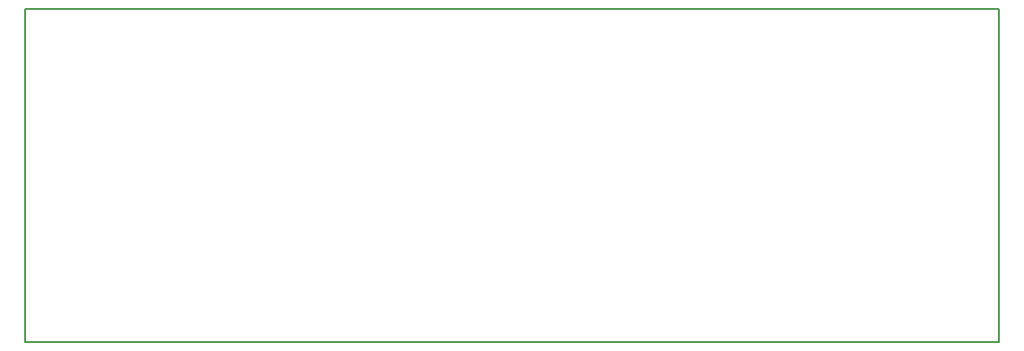
<source format=gm1>
G04 #@! TF.GenerationSoftware,KiCad,Pcbnew,5.0.1-33cea8e~68~ubuntu16.04.1*
G04 #@! TF.CreationDate,2019-03-03T03:52:25-07:00*
G04 #@! TF.ProjectId,sentry,73656E7472792E6B696361645F706362,rev?*
G04 #@! TF.SameCoordinates,Original*
G04 #@! TF.FileFunction,Profile,NP*
%FSLAX46Y46*%
G04 Gerber Fmt 4.6, Leading zero omitted, Abs format (unit mm)*
G04 Created by KiCad (PCBNEW 5.0.1-33cea8e~68~ubuntu16.04.1) date Sun 03 Mar 2019 03:52:25 AM MST*
%MOMM*%
%LPD*%
G01*
G04 APERTURE LIST*
%ADD10C,0.150000*%
G04 APERTURE END LIST*
D10*
X79756000Y-89916000D02*
X79756000Y-58420000D01*
X171704000Y-89916000D02*
X79756000Y-89916000D01*
X171704000Y-58420000D02*
X171704000Y-89916000D01*
X79756000Y-58420000D02*
X171704000Y-58420000D01*
M02*

</source>
